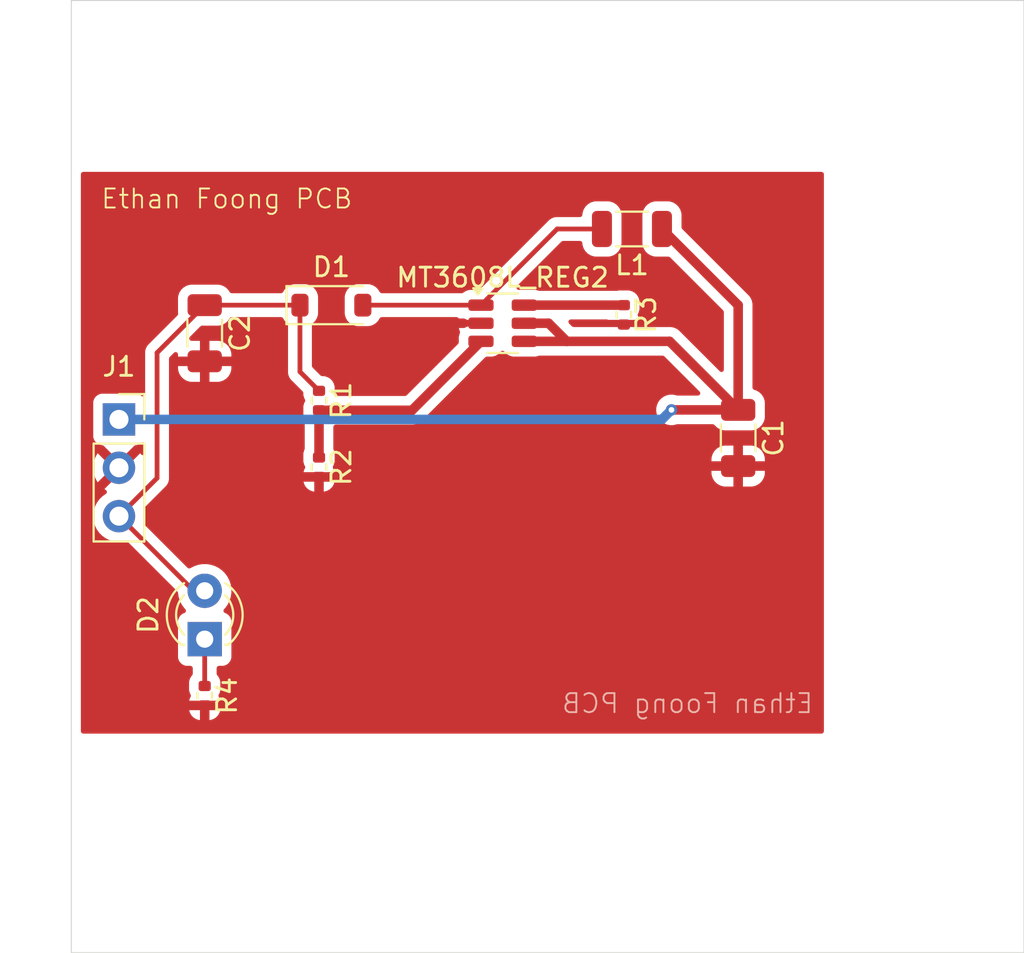
<source format=kicad_pcb>
(kicad_pcb (version 20241229) (generator "pcbnew") (generator_version "9.0")
  (layers (0 "F.Cu" signal) (2 "B.Cu" signal) (13 "F.Paste" user) (15 "B.Paste" user) (5 "F.SilkS" user "F.Silkscreen") (7 "B.SilkS" user "B.Silkscreen") (1 "F.Mask" user) (3 "B.Mask" user) (25 "Edge.Cuts" user))
  (net 0 "")
  (net 1 "GND")
  (net 2 "VCC")
  (net 3 "+5V")
  (net 4 "Net-(D1-A)")
  (net 5 "Net-(D2-K)")
  (net 6 "Net-(MT3608L_REG2-3-FB)")
  (net 7 "Net-(MT3608L_REG2-6-OC)")
  (footprint "Resistor_SMD:R_0402_1005Metric" (layer "F.Cu") (at 163 121.01 -90)
    (property "Reference" "R1" (at 0 -1.17 90) (layer "F.SilkS"))
    (property "Value" "110k")
    (fp_line (start -0.153641 0.38) (end 0.153641 0.38) (stroke (width 0.12)) (layer "F.SilkS"))
    (fp_line (start -0.153641 -0.38) (end 0.153641 -0.38) (stroke (width 0.12)) (layer "F.SilkS"))
    (pad "1" smd roundrect (at -0.51 0 270) (size 0.54 0.64) (layers "F.Cu" "F.Mask" "F.Paste") (net 3 "+5V"))
    (pad "2" smd roundrect (at 0.51 0 270) (size 0.54 0.64) (layers "F.Cu" "F.Mask" "F.Paste") (net 6 "Net-(MT3608L_REG2-3-FB)"))
  )
  (footprint "Resistor_SMD:R_0402_1005Metric" (layer "F.Cu") (at 179 116.51 -90)
    (property "Reference" "R3" (at 0 -1.17 90) (layer "F.SilkS"))
    (property "Value" "20k")
    (fp_line (start -0.153641 0.38) (end 0.153641 0.38) (stroke (width 0.12)) (layer "F.SilkS"))
    (fp_line (start -0.153641 -0.38) (end 0.153641 -0.38) (stroke (width 0.12)) (layer "F.SilkS"))
    (pad "1" smd roundrect (at -0.51 0 270) (size 0.54 0.64) (layers "F.Cu" "F.Mask" "F.Paste") (net 7 "Net-(MT3608L_REG2-6-OC)"))
    (pad "2" smd roundrect (at 0.51 0 270) (size 0.54 0.64) (layers "F.Cu" "F.Mask" "F.Paste") (net 1 "GND"))
  )
  (footprint "Inductor_SMD:L_1206_3216Metric" (layer "F.Cu") (at 179.425 112 180)
    (property "Reference" "L1" (at 0 -1.9 0) (layer "F.SilkS"))
    (property "Value" "4.7uH")
    (fp_line (start -0.835242 0.91) (end 0.835242 0.91) (stroke (width 0.12)) (layer "F.SilkS"))
    (fp_line (start -0.835242 -0.91) (end 0.835242 -0.91) (stroke (width 0.12)) (layer "F.SilkS"))
    (pad "1" smd roundrect (at -1.575 0 180) (size 1.05 1.9) (layers "F.Cu" "F.Mask" "F.Paste") (roundrect_rratio 0.238095) (net 2 "VCC"))
    (pad "2" smd roundrect (at 1.575 0 180) (size 1.05 1.9) (layers "F.Cu" "F.Mask" "F.Paste") (roundrect_rratio 0.238095) (net 4 "Net-(D1-A)"))
  )
  (footprint "LED_THT:LED_D3.0mm" (layer "F.Cu") (at 157 133.54 90)
    (property "Reference" "D2" (at 1.27 -2.96 90) (layer "F.SilkS"))
    (property "Value" "LED")
    (fp_line (start -0.29 -1.236) (end -0.29 -1.08) (stroke (width 0.12)) (layer "F.SilkS"))
    (fp_line (start -0.29 1.08) (end -0.29 1.236) (stroke (width 0.12)) (layer "F.SilkS"))
    (fp_arc (start -0.29 -1.235516) (mid 1.365624 -1.987701) (end 2.941397 -1.080061) (stroke (width 0.12)) (layer "F.SilkS"))
    (fp_arc (start 0.229039 -1.08) (mid 1.269964 -1.5) (end 2.31091 -1.080049) (stroke (width 0.12)) (layer "F.SilkS"))
    (fp_arc (start 2.31091 1.080049) (mid 1.269964 1.5) (end 0.229039 1.08) (stroke (width 0.12)) (layer "F.SilkS"))
    (fp_arc (start 2.941397 1.080061) (mid 1.365624 1.987701) (end -0.29 1.235516) (stroke (width 0.12)) (layer "F.SilkS"))
    (pad "1" thru_hole rect (at 0 0 90) (size 1.8 1.8) (drill 0.9) (layers "*.Cu" "*.Mask") (net 5 "Net-(D2-K)"))
    (pad "2" thru_hole circle (at 2.54 0 90) (size 1.8 1.8) (drill 0.9) (layers "*.Cu" "*.Mask") (net 3 "+5V"))
  )
  (footprint "Capacitor_SMD:C_1206_3216Metric" (layer "F.Cu") (at 157 117.475 -90)
    (property "Reference" "C2" (at 0 -1.85 90) (layer "F.SilkS"))
    (property "Value" "22uF")
    (fp_line (start -0.711252 0.91) (end 0.711252 0.91) (stroke (width 0.12)) (layer "F.SilkS"))
    (fp_line (start -0.711252 -0.91) (end 0.711252 -0.91) (stroke (width 0.12)) (layer "F.SilkS"))
    (pad "1" smd roundrect (at -1.475 0 270) (size 1.15 1.8) (layers "F.Cu" "F.Mask" "F.Paste") (roundrect_rratio 0.217391) (net 3 "+5V"))
    (pad "2" smd roundrect (at 1.475 0 270) (size 1.15 1.8) (layers "F.Cu" "F.Mask" "F.Paste") (roundrect_rratio 0.217391) (net 1 "GND"))
  )
  (footprint "Diode_SMD:D_SOD-123" (layer "F.Cu") (at 163.65 116)
    (property "Reference" "D1" (at 0 -2 0) (layer "F.SilkS"))
    (property "Value" "D_Schottky")
    (fp_line (start -2.36 -1) (end -2.36 1) (stroke (width 0.12)) (layer "F.SilkS"))
    (fp_line (start -2.36 -1) (end 1.65 -1) (stroke (width 0.12)) (layer "F.SilkS"))
    (fp_line (start -2.36 1) (end 1.65 1) (stroke (width 0.12)) (layer "F.SilkS"))
    (pad "1" smd roundrect (at -1.65 0) (size 0.9 1.2) (layers "F.Cu" "F.Mask" "F.Paste") (net 3 "+5V"))
    (pad "2" smd roundrect (at 1.65 0) (size 0.9 1.2) (layers "F.Cu" "F.Mask" "F.Paste") (net 4 "Net-(D1-A)"))
  )
  (footprint "Connector_PinSocket_2.54mm:PinSocket_1x03_P2.54mm_Vertical" (layer "F.Cu") (at 152.5 122)
    (property "Reference" "J1" (at 0 -2.77 0) (layer "F.SilkS"))
    (property "Value" "Conn_01x03_Pin")
    (fp_line (start -1.33 1.27) (end -1.33 6.41) (stroke (width 0.12)) (layer "F.SilkS"))
    (fp_line (start -1.33 1.27) (end 1.33 1.27) (stroke (width 0.12)) (layer "F.SilkS"))
    (fp_line (start -1.33 6.41) (end 1.33 6.41) (stroke (width 0.12)) (layer "F.SilkS"))
    (fp_line (start 0 -1.33) (end 1.33 -1.33) (stroke (width 0.12)) (layer "F.SilkS"))
    (fp_line (start 1.33 -1.33) (end 1.33 0) (stroke (width 0.12)) (layer "F.SilkS"))
    (fp_line (start 1.33 1.27) (end 1.33 6.41) (stroke (width 0.12)) (layer "F.SilkS"))
    (pad "1" thru_hole rect (at 0 0) (size 1.7 1.7) (drill 1) (layers "*.Cu" "*.Mask") (net 2 "VCC"))
    (pad "2" thru_hole circle (at 0 2.54) (size 1.7 1.7) (drill 1) (layers "*.Cu" "*.Mask") (net 1 "GND"))
    (pad "3" thru_hole circle (at 0 5.08) (size 1.7 1.7) (drill 1) (layers "*.Cu" "*.Mask") (net 3 "+5V"))
  )
  (footprint "Resistor_SMD:R_0402_1005Metric" (layer "F.Cu") (at 163 124.51 -90)
    (property "Reference" "R2" (at 0 -1.17 90) (layer "F.SilkS"))
    (property "Value" "15k")
    (fp_line (start -0.153641 0.38) (end 0.153641 0.38) (stroke (width 0.12)) (layer "F.SilkS"))
    (fp_line (start -0.153641 -0.38) (end 0.153641 -0.38) (stroke (width 0.12)) (layer "F.SilkS"))
    (pad "1" smd roundrect (at -0.51 0 270) (size 0.54 0.64) (layers "F.Cu" "F.Mask" "F.Paste") (net 6 "Net-(MT3608L_REG2-3-FB)"))
    (pad "2" smd roundrect (at 0.51 0 270) (size 0.54 0.64) (layers "F.Cu" "F.Mask" "F.Paste") (net 1 "GND"))
  )
  (footprint "Resistor_SMD:R_0402_1005Metric" (layer "F.Cu") (at 157 136.51 -90)
    (property "Reference" "R4" (at 0 -1.17 90) (layer "F.SilkS"))
    (property "Value" "1k")
    (fp_line (start -0.153641 0.38) (end 0.153641 0.38) (stroke (width 0.12)) (layer "F.SilkS"))
    (fp_line (start -0.153641 -0.38) (end 0.153641 -0.38) (stroke (width 0.12)) (layer "F.SilkS"))
    (pad "1" smd roundrect (at -0.51 0 270) (size 0.54 0.64) (layers "F.Cu" "F.Mask" "F.Paste") (net 5 "Net-(D2-K)"))
    (pad "2" smd roundrect (at 0.51 0 270) (size 0.54 0.64) (layers "F.Cu" "F.Mask" "F.Paste") (net 1 "GND"))
  )
  (footprint "Package_TO_SOT_SMD:SOT-23-6" (layer "F.Cu") (at 172.6375 116.95)
    (property "Reference" "MT3608L_REG2" (at 0 -2.4 0) (layer "F.SilkS"))
    (property "Value" "~")
    (fp_line (start 0 -1.56) (end -0.8 -1.56) (stroke (width 0.12)) (layer "F.SilkS"))
    (fp_line (start 0 -1.56) (end 0.8 -1.56) (stroke (width 0.12)) (layer "F.SilkS"))
    (fp_line (start 0 1.56) (end -0.8 1.56) (stroke (width 0.12)) (layer "F.SilkS"))
    (fp_line (start 0 1.56) (end 0.8 1.56) (stroke (width 0.12)) (layer "F.SilkS"))
    (fp_poly (pts (xy -1.3 -1.51) (xy -1.54 -1.84) (xy -1.06 -1.84)) (stroke (width 0.12)) (fill yes) (layer "F.SilkS"))
    (pad "1" smd roundrect (at -1.1375 -0.95) (size 1.325 0.6) (layers "F.Cu" "F.Mask" "F.Paste") (net 4 "Net-(D1-A)"))
    (pad "2" smd roundrect (at -1.1375 0) (size 1.325 0.6) (layers "F.Cu" "F.Mask" "F.Paste") (net 1 "GND"))
    (pad "3" smd roundrect (at -1.1375 0.95) (size 1.325 0.6) (layers "F.Cu" "F.Mask" "F.Paste") (net 6 "Net-(MT3608L_REG2-3-FB)"))
    (pad "4" smd roundrect (at 1.1375 0.95) (size 1.325 0.6) (layers "F.Cu" "F.Mask" "F.Paste") (net 2 "VCC"))
    (pad "5" smd roundrect (at 1.1375 0) (size 1.325 0.6) (layers "F.Cu" "F.Mask" "F.Paste") (net 2 "VCC"))
    (pad "6" smd roundrect (at 1.1375 -0.95) (size 1.325 0.6) (layers "F.Cu" "F.Mask" "F.Paste") (net 7 "Net-(MT3608L_REG2-6-OC)"))
  )
  (footprint "Capacitor_SMD:C_1206_3216Metric" (layer "F.Cu") (at 185 122.975 -90)
    (property "Reference" "C1" (at 0 -1.85 90) (layer "F.SilkS"))
    (property "Value" "22uF")
    (fp_line (start -0.711252 0.91) (end 0.711252 0.91) (stroke (width 0.12)) (layer "F.SilkS"))
    (fp_line (start -0.711252 -0.91) (end 0.711252 -0.91) (stroke (width 0.12)) (layer "F.SilkS"))
    (pad "1" smd roundrect (at -1.475 0 270) (size 1.15 1.8) (layers "F.Cu" "F.Mask" "F.Paste") (roundrect_rratio 0.217391) (net 2 "VCC"))
    (pad "2" smd roundrect (at 1.475 0 270) (size 1.15 1.8) (layers "F.Cu" "F.Mask" "F.Paste") (roundrect_rratio 0.217391) (net 1 "GND"))
  )
  (gr_line (start 200 100) (end 150 100) (stroke (width 0.05)) (layer "Edge.Cuts"))
  (gr_line (start 200 150) (end 200 100) (stroke (width 0.05)) (layer "Edge.Cuts"))
  (gr_line (start 150 100) (end 150 150) (stroke (width 0.05)) (layer "Edge.Cuts"))
  (gr_line (start 150 150) (end 200 150) (stroke (width 0.05)) (layer "Edge.Cuts"))
  (gr_text "Ethan Foong PCB\n" (at 151.5 111 0) (layer "F.SilkS") (effects (font (size 1 1) (thickness 0.1)) (justify left bottom)))
  (gr_text "Ethan Foong PCB\n" (at 189 137.5 0) (layer "B.SilkS") (effects (font (size 1 1) (thickness 0.1)) (justify left bottom mirror)))
  (segment (start 181.5 121.5) (end 185 121.5) (width 0.5) (layer "F.Cu") (net 2))
  (segment (start 185 116) (end 181 112) (width 0.5) (layer "F.Cu") (net 2))
  (segment (start 173.775 117.9) (end 176 117.9) (width 0.5) (layer "F.Cu") (net 2))
  (segment (start 185 121.5) (end 185 116) (width 0.5) (layer "F.Cu") (net 2))
  (segment (start 175.05 116.95) (end 176 117.9) (width 0.5) (layer "F.Cu") (net 2))
  (segment (start 173.775 116.95) (end 175.05 116.95) (width 0.5) (layer "F.Cu") (net 2))
  (segment (start 181.4 117.9) (end 185 121.5) (width 0.5) (layer "F.Cu") (net 2))
  (segment (start 176 117.9) (end 181.4 117.9) (width 0.5) (layer "F.Cu") (net 2))
  (via (at 181.5 121.5) (size 0.6) (drill 0.3) (layers "F.Cu" "B.Cu") (net 2))
  (segment (start 181 122) (end 181.5 121.5) (width 0.5) (layer "B.Cu") (net 2))
  (segment (start 152.5 122) (end 181 122) (width 0.5) (layer "B.Cu") (net 2))
  (segment (start 152.5 127.08) (end 156.42 131) (width 0.25) (layer "F.Cu") (net 3))
  (segment (start 154.5 118.5) (end 157 116) (width 0.25) (layer "F.Cu") (net 3))
  (segment (start 162 119.5) (end 163 120.5) (width 0.25) (layer "F.Cu") (net 3))
  (segment (start 162 116) (end 162 119.5) (width 0.25) (layer "F.Cu") (net 3))
  (segment (start 154.5 125.08) (end 154.5 118.5) (width 0.25) (layer "F.Cu") (net 3))
  (segment (start 152.5 127.08) (end 154.5 125.08) (width 0.25) (layer "F.Cu") (net 3))
  (segment (start 157 116) (end 162 116) (width 0.25) (layer "F.Cu") (net 3))
  (segment (start 156.42 131) (end 157 131) (width 0.25) (layer "F.Cu") (net 3))
  (segment (start 165.3 116) (end 171.5 116) (width 0.25) (layer "F.Cu") (net 4))
  (segment (start 171.5 116) (end 175.5 112) (width 0.25) (layer "F.Cu") (net 4))
  (segment (start 175.5 112) (end 177.85 112) (width 0.25) (layer "F.Cu") (net 4))
  (segment (start 157 133.54) (end 157 136) (width 0.25) (layer "F.Cu") (net 5))
  (segment (start 167.88 121.52) (end 171.5 117.9) (width 0.5) (layer "F.Cu") (net 6))
  (segment (start 163 121.52) (end 163 124) (width 0.5) (layer "F.Cu") (net 6))
  (segment (start 163 121.52) (end 167.88 121.52) (width 0.5) (layer "F.Cu") (net 6))
  (segment (start 179 116) (end 173.775 116) (width 0.5) (layer "F.Cu") (net 7))
  (zone (net 1) (net_name "GND") (layer "F.Cu") (connect_pads (clearance 0.6)) (min_thickness 0.25) (fill yes (thermal_gap 0.5) (thermal_bridge_width 0.5))
    (polygon (pts (xy 150.5 109) (xy 150.5 138.5) (xy 189.5 138.5) (xy 189.5 109)))
  )
)
</source>
